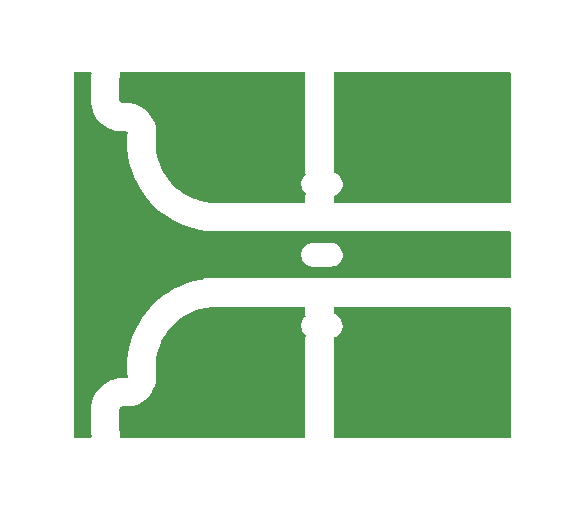
<source format=gbr>
%TF.GenerationSoftware,KiCad,Pcbnew,7.0.2-0*%
%TF.CreationDate,2023-06-24T18:09:45+02:00*%
%TF.ProjectId,SCAN2000_rearconn,5343414e-3230-4303-905f-72656172636f,rev?*%
%TF.SameCoordinates,PX501bd00PY5b8d800*%
%TF.FileFunction,Copper,L1,Top*%
%TF.FilePolarity,Positive*%
%FSLAX46Y46*%
G04 Gerber Fmt 4.6, Leading zero omitted, Abs format (unit mm)*
G04 Created by KiCad (PCBNEW 7.0.2-0) date 2023-06-24 18:09:45*
%MOMM*%
%LPD*%
G01*
G04 APERTURE LIST*
G04 Aperture macros list*
%AMRoundRect*
0 Rectangle with rounded corners*
0 $1 Rounding radius*
0 $2 $3 $4 $5 $6 $7 $8 $9 X,Y pos of 4 corners*
0 Add a 4 corners polygon primitive as box body*
4,1,4,$2,$3,$4,$5,$6,$7,$8,$9,$2,$3,0*
0 Add four circle primitives for the rounded corners*
1,1,$1+$1,$2,$3*
1,1,$1+$1,$4,$5*
1,1,$1+$1,$6,$7*
1,1,$1+$1,$8,$9*
0 Add four rect primitives between the rounded corners*
20,1,$1+$1,$2,$3,$4,$5,0*
20,1,$1+$1,$4,$5,$6,$7,0*
20,1,$1+$1,$6,$7,$8,$9,0*
20,1,$1+$1,$8,$9,$2,$3,0*%
G04 Aperture macros list end*
%TA.AperFunction,ComponentPad*%
%ADD10RoundRect,0.250001X-0.899999X-0.899999X0.899999X-0.899999X0.899999X0.899999X-0.899999X0.899999X0*%
%TD*%
%TA.AperFunction,ComponentPad*%
%ADD11C,10.160000*%
%TD*%
G04 APERTURE END LIST*
D10*
%TO.P,J7,1,Pin_1*%
%TO.N,/SENSE_HI*%
X24000000Y29500000D03*
%TD*%
D11*
%TO.P,J1,1,Pin_1*%
%TO.N,/IN_HI*%
X31000000Y6000000D03*
%TD*%
D10*
%TO.P,J9,1,Pin_1*%
%TO.N,Earth_Protective*%
X3000000Y12500000D03*
%TD*%
D11*
%TO.P,J3,1,Pin_1*%
%TO.N,/SENSE_HI*%
X31000000Y25000000D03*
%TD*%
D10*
%TO.P,J11,1,Pin_1*%
%TO.N,Earth_Protective*%
X3000000Y18500000D03*
%TD*%
%TO.P,J5,1,Pin_1*%
%TO.N,/IN_HI*%
X24000000Y1500000D03*
%TD*%
%TO.P,J10,1,Pin_1*%
%TO.N,Earth_Protective*%
X2000000Y23500000D03*
%TD*%
%TO.P,J8,1,Pin_1*%
%TO.N,/SENSE_LO*%
X5000000Y29500000D03*
%TD*%
%TO.P,J6,1,Pin_1*%
%TO.N,/IN_LO*%
X5000000Y1500000D03*
%TD*%
D11*
%TO.P,J2,1,Pin_1*%
%TO.N,/IN_LO*%
X12000000Y6000000D03*
%TD*%
%TO.P,J4,1,Pin_1*%
%TO.N,/SENSE_LO*%
X12000000Y25000000D03*
%TD*%
%TA.AperFunction,Conductor*%
%TO.N,/SENSE_HI*%
G36*
X36942539Y30979815D02*
G01*
X36988294Y30927011D01*
X36999500Y30875500D01*
X36999500Y20029500D01*
X36979815Y19962461D01*
X36927011Y19916706D01*
X36875500Y19905500D01*
X22124000Y19905500D01*
X22056961Y19925185D01*
X22011206Y19977989D01*
X22000000Y20029500D01*
X22000000Y20029501D01*
X22000000Y20438798D01*
X22019683Y20505833D01*
X22072487Y20551588D01*
X22086867Y20557104D01*
X22146588Y20575841D01*
X22324502Y20674591D01*
X22478895Y20807134D01*
X22603448Y20968042D01*
X22693060Y21150729D01*
X22744063Y21347715D01*
X22754369Y21550936D01*
X22723556Y21752071D01*
X22687557Y21849271D01*
X22652886Y21942887D01*
X22545254Y22115569D01*
X22538803Y22122356D01*
X22405059Y22263053D01*
X22238049Y22379295D01*
X22238048Y22379296D01*
X22238046Y22379297D01*
X22075099Y22449224D01*
X22021256Y22493751D01*
X22000033Y22560319D01*
X22000000Y22563174D01*
X22000000Y30875500D01*
X22019685Y30942539D01*
X22072489Y30988294D01*
X22124000Y30999500D01*
X36875500Y30999500D01*
X36942539Y30979815D01*
G37*
%TD.AperFunction*%
%TD*%
%TA.AperFunction,Conductor*%
%TO.N,/IN_HI*%
G36*
X36942539Y11074815D02*
G01*
X36988294Y11022011D01*
X36999500Y10970500D01*
X36999500Y124500D01*
X36979815Y57461D01*
X36927011Y11706D01*
X36875500Y500D01*
X22124000Y500D01*
X22056961Y20185D01*
X22011206Y72989D01*
X22000000Y124500D01*
X22000000Y8438794D01*
X22019685Y8505833D01*
X22072489Y8551588D01*
X22086872Y8557106D01*
X22146588Y8575841D01*
X22324502Y8674591D01*
X22478895Y8807134D01*
X22603448Y8968042D01*
X22693060Y9150729D01*
X22744063Y9347715D01*
X22754369Y9550936D01*
X22738281Y9655949D01*
X22723556Y9752072D01*
X22652886Y9942887D01*
X22545254Y10115569D01*
X22531347Y10130199D01*
X22405059Y10263053D01*
X22238049Y10379295D01*
X22238048Y10379296D01*
X22238046Y10379297D01*
X22075099Y10449224D01*
X22021256Y10493751D01*
X22000033Y10560319D01*
X22000000Y10563174D01*
X22000000Y10970500D01*
X22019685Y11037539D01*
X22072489Y11083294D01*
X22124000Y11094500D01*
X36875500Y11094500D01*
X36942539Y11074815D01*
G37*
%TD.AperFunction*%
%TD*%
%TA.AperFunction,Conductor*%
%TO.N,/SENSE_LO*%
G36*
X19537539Y30979815D02*
G01*
X19583294Y30927011D01*
X19594500Y30875500D01*
X19594500Y30875498D01*
X19594661Y22535371D01*
X19594696Y22532269D01*
X19594727Y22531275D01*
X19597722Y22437484D01*
X19597723Y22437465D01*
X19597806Y22434874D01*
X19598107Y22432290D01*
X19598108Y22432288D01*
X19608855Y22340278D01*
X19597081Y22271407D01*
X19566465Y22231808D01*
X19521105Y22192867D01*
X19396551Y22031958D01*
X19306940Y21849273D01*
X19255937Y21652284D01*
X19245630Y21449063D01*
X19276443Y21247929D01*
X19347113Y21057114D01*
X19454747Y20884429D01*
X19575114Y20757805D01*
X19607035Y20695654D01*
X19608985Y20664429D01*
X19597252Y20481657D01*
X19594500Y20438798D01*
X19594500Y20436814D01*
X19594500Y20029500D01*
X19574815Y19962461D01*
X19522011Y19916706D01*
X19470500Y19905500D01*
X11574871Y19905500D01*
X11533699Y19912535D01*
X11505888Y19922325D01*
X11505882Y19922327D01*
X11502137Y19923645D01*
X11498258Y19924473D01*
X11498250Y19924475D01*
X11202623Y19987557D01*
X11202617Y19987558D01*
X11200682Y19987971D01*
X11198723Y19988260D01*
X11198697Y19988264D01*
X11082042Y20005433D01*
X11073137Y20007078D01*
X10719923Y20085759D01*
X10711160Y20088050D01*
X10364645Y20192301D01*
X10356072Y20195225D01*
X10018048Y20324509D01*
X10009712Y20328051D01*
X9682040Y20481657D01*
X9673985Y20485799D01*
X9358419Y20662903D01*
X9350688Y20667621D01*
X9048870Y20867303D01*
X9041504Y20872573D01*
X8882740Y20995166D01*
X8755076Y21093744D01*
X8748120Y21099533D01*
X8478589Y21341036D01*
X8472069Y21347321D01*
X8373976Y21449064D01*
X8220888Y21607849D01*
X8214858Y21614580D01*
X7983365Y21892747D01*
X7977833Y21899912D01*
X7767279Y22194214D01*
X7762282Y22201767D01*
X7573751Y22510686D01*
X7569333Y22518557D01*
X7403844Y22840436D01*
X7400011Y22848613D01*
X7258474Y23181675D01*
X7255238Y23190135D01*
X7138396Y23532626D01*
X7135791Y23541285D01*
X7044246Y23891451D01*
X7042286Y23900249D01*
X6976548Y24256147D01*
X6975234Y24265074D01*
X6935653Y24624807D01*
X6934993Y24633830D01*
X6921776Y24995472D01*
X6921776Y25004515D01*
X6934993Y25366188D01*
X6935654Y25375208D01*
X6954761Y25548855D01*
X6957869Y25578828D01*
X6968023Y25886902D01*
X6938697Y26193746D01*
X6928236Y26258818D01*
X6928013Y26260078D01*
X6910732Y26354877D01*
X6910260Y26357470D01*
X6829469Y26654936D01*
X6711302Y26939628D01*
X6557700Y27206872D01*
X6371184Y27452280D01*
X6325429Y27505084D01*
X6324235Y27506401D01*
X6232563Y27606152D01*
X6232553Y27606162D01*
X6230593Y27608295D01*
X6132845Y27696550D01*
X6004764Y27812193D01*
X6004756Y27812199D01*
X6001807Y27814862D01*
X5904371Y27882409D01*
X5751755Y27988209D01*
X5751748Y27988213D01*
X5748484Y27990476D01*
X5693846Y28018779D01*
X5478320Y28130424D01*
X5478311Y28130428D01*
X5474784Y28132255D01*
X5471055Y28133615D01*
X5471046Y28133619D01*
X5187074Y28237187D01*
X5187070Y28237189D01*
X5185201Y28237870D01*
X5118162Y28257555D01*
X5050602Y28276328D01*
X5048215Y28276793D01*
X5048206Y28276795D01*
X4751955Y28334490D01*
X4751947Y28334491D01*
X4748045Y28335251D01*
X4744082Y28335506D01*
X4744070Y28335507D01*
X4442419Y28354873D01*
X4442409Y28354874D01*
X4440436Y28355000D01*
X4438452Y28355000D01*
X4089729Y28355000D01*
X4068824Y28356775D01*
X4051335Y28359767D01*
X4036475Y28363262D01*
X4022182Y28367568D01*
X4007864Y28372863D01*
X3994210Y28378892D01*
X3980655Y28385904D01*
X3967846Y28393564D01*
X3955245Y28402195D01*
X3943468Y28411377D01*
X3932030Y28421487D01*
X3921485Y28432032D01*
X3911375Y28443470D01*
X3902193Y28455247D01*
X3893562Y28467848D01*
X3885902Y28480657D01*
X3878890Y28494212D01*
X3872861Y28507866D01*
X3867567Y28522181D01*
X3866567Y28525500D01*
X3863257Y28536485D01*
X3859767Y28551324D01*
X3856772Y28568838D01*
X3855000Y28589725D01*
X3855000Y30411218D01*
X3856753Y30431997D01*
X3864987Y30480438D01*
X3865536Y30483924D01*
X3865682Y30484988D01*
X3878901Y30582424D01*
X3879259Y30585059D01*
X3886973Y30740671D01*
X3893962Y30881640D01*
X3916942Y30947622D01*
X3971947Y30990707D01*
X4017810Y30999500D01*
X19470500Y30999500D01*
X19537539Y30979815D01*
G37*
%TD.AperFunction*%
%TD*%
%TA.AperFunction,Conductor*%
%TO.N,/IN_LO*%
G36*
X19537540Y11074815D02*
G01*
X19583295Y11022011D01*
X19594471Y10967808D01*
X19594500Y10970500D01*
X19594661Y10535371D01*
X19594696Y10532281D01*
X19594727Y10531275D01*
X19597722Y10437484D01*
X19597723Y10437465D01*
X19597806Y10434874D01*
X19598107Y10432290D01*
X19598108Y10432288D01*
X19608855Y10340278D01*
X19597081Y10271407D01*
X19566465Y10231808D01*
X19521105Y10192867D01*
X19396551Y10031958D01*
X19306940Y9849273D01*
X19255937Y9652284D01*
X19245630Y9449063D01*
X19276443Y9247929D01*
X19347113Y9057114D01*
X19454747Y8884429D01*
X19575114Y8757805D01*
X19607035Y8695654D01*
X19608985Y8664429D01*
X19597496Y8485459D01*
X19594500Y8438794D01*
X19594499Y8436810D01*
X19594500Y8436810D01*
X19594500Y124500D01*
X19574815Y57461D01*
X19522011Y11706D01*
X19470500Y500D01*
X4013506Y500D01*
X3946467Y20185D01*
X3900712Y72989D01*
X3889539Y127344D01*
X3892225Y244419D01*
X3859831Y550954D01*
X3856775Y568818D01*
X3854999Y589727D01*
X3854999Y2410289D01*
X3856772Y2431167D01*
X3859767Y2448676D01*
X3863256Y2463513D01*
X3867567Y2477823D01*
X3872858Y2492129D01*
X3878895Y2505801D01*
X3885898Y2519339D01*
X3893568Y2532164D01*
X3902185Y2544745D01*
X3911381Y2556539D01*
X3921477Y2567962D01*
X3932038Y2578523D01*
X3943461Y2588619D01*
X3955255Y2597815D01*
X3967836Y2606432D01*
X3980661Y2614102D01*
X3994199Y2621105D01*
X4007871Y2627142D01*
X4022183Y2632434D01*
X4036470Y2636738D01*
X4051338Y2640235D01*
X4068830Y2643226D01*
X4089730Y2645000D01*
X4440436Y2645000D01*
X4470589Y2645189D01*
X4777926Y2668792D01*
X5079721Y2731504D01*
X5143260Y2749020D01*
X5144487Y2749379D01*
X5229352Y2774696D01*
X5239347Y2777676D01*
X5526192Y2890517D01*
X5796252Y3039112D01*
X6045093Y3221022D01*
X6268629Y3433260D01*
X6316112Y3484516D01*
X6317319Y3485877D01*
X6406443Y3587912D01*
X6408345Y3590089D01*
X6588648Y3840097D01*
X6735500Y4111109D01*
X6846490Y4398675D01*
X6919795Y4698074D01*
X6932029Y4766864D01*
X6943296Y4836046D01*
X6968774Y5143233D01*
X6954761Y5451156D01*
X6935653Y5624811D01*
X6934993Y5633834D01*
X6921776Y5995472D01*
X6921776Y6004515D01*
X6934993Y6366185D01*
X6935654Y6375205D01*
X6975234Y6734932D01*
X6976547Y6743851D01*
X7042287Y7099759D01*
X7044244Y7108546D01*
X7135793Y7458725D01*
X7138389Y7467356D01*
X7255239Y7809872D01*
X7258474Y7818327D01*
X7400011Y8151389D01*
X7403838Y8159556D01*
X7569339Y8481457D01*
X7573751Y8489316D01*
X7762282Y8798235D01*
X7767272Y8805778D01*
X7977847Y9100109D01*
X7983355Y9107242D01*
X8214871Y9385437D01*
X8220875Y9392140D01*
X8472086Y9652698D01*
X8478589Y9658966D01*
X8690980Y9849271D01*
X8748126Y9900475D01*
X8755060Y9906246D01*
X9041513Y10127436D01*
X9048860Y10132693D01*
X9350698Y10332388D01*
X9358409Y10337094D01*
X9674003Y10514213D01*
X9682020Y10518336D01*
X10009724Y10671957D01*
X10018036Y10675489D01*
X10356094Y10804785D01*
X10364623Y10807694D01*
X10711185Y10911959D01*
X10719898Y10914237D01*
X11074098Y10993138D01*
X11082884Y10994765D01*
X11229664Y11016478D01*
X11232677Y11016959D01*
X11232690Y11016962D01*
X11232888Y11016993D01*
X11233983Y11017188D01*
X11319548Y11032686D01*
X11331080Y11034773D01*
X11536147Y11090204D01*
X11568505Y11094500D01*
X19470501Y11094500D01*
X19537540Y11074815D01*
G37*
%TD.AperFunction*%
%TD*%
%TA.AperFunction,Conductor*%
%TO.N,Earth_Protective*%
G36*
X1433578Y30979815D02*
G01*
X1479333Y30927011D01*
X1489277Y30857853D01*
X1488764Y30854595D01*
X1460482Y30689246D01*
X1460480Y30689236D01*
X1459878Y30685711D01*
X1459685Y30682148D01*
X1459684Y30682132D01*
X1449589Y30495025D01*
X1449588Y30494991D01*
X1449500Y30493358D01*
X1449500Y28506642D01*
X1449588Y28505009D01*
X1449589Y28504976D01*
X1459684Y28317869D01*
X1459685Y28317855D01*
X1459878Y28314289D01*
X1460481Y28310763D01*
X1460482Y28310755D01*
X1514355Y27995777D01*
X1514999Y27992014D01*
X1516096Y27988373D01*
X1516098Y27988364D01*
X1599163Y27712627D01*
X1609307Y27678956D01*
X1741371Y27379860D01*
X1909189Y27099260D01*
X2110218Y26841409D01*
X2341409Y26610218D01*
X2599260Y26409189D01*
X2879860Y26241371D01*
X3178956Y26109307D01*
X3492014Y26014999D01*
X3814289Y25959878D01*
X4006642Y25949500D01*
X4440436Y25949500D01*
X4507475Y25929815D01*
X4553230Y25877011D01*
X4563691Y25811939D01*
X4534475Y25546406D01*
X4514506Y25000000D01*
X4534475Y24453594D01*
X4594276Y23910103D01*
X4594684Y23907894D01*
X4594687Y23907874D01*
X4693175Y23374673D01*
X4693590Y23372428D01*
X4694161Y23370244D01*
X4694165Y23370226D01*
X4831312Y22845629D01*
X4831317Y22845612D01*
X4831886Y22843436D01*
X4832612Y22841306D01*
X4832616Y22841295D01*
X4974923Y22424159D01*
X5008428Y22325950D01*
X5064983Y22192866D01*
X5171212Y21942887D01*
X5222273Y21822732D01*
X5223308Y21820718D01*
X5223316Y21820702D01*
X5471238Y21338490D01*
X5472279Y21336466D01*
X5757114Y20869746D01*
X6075258Y20425063D01*
X6076710Y20423319D01*
X6076721Y20423304D01*
X6423554Y20006540D01*
X6423565Y20006528D01*
X6425012Y20004789D01*
X6804512Y19611167D01*
X7211731Y19246296D01*
X7213515Y19244918D01*
X7213524Y19244911D01*
X7642717Y18913501D01*
X7644499Y18912125D01*
X8100504Y18610434D01*
X8577315Y18342835D01*
X8579359Y18341877D01*
X9070348Y18111710D01*
X9070355Y18111707D01*
X9072388Y18110754D01*
X9583081Y17915431D01*
X10106669Y17757907D01*
X10640358Y17639022D01*
X10850448Y17608104D01*
X10913906Y17578868D01*
X10916183Y17576832D01*
X11000000Y17500000D01*
X36875500Y17500000D01*
X36942539Y17480315D01*
X36988294Y17427511D01*
X36999500Y17376000D01*
X36999500Y13624000D01*
X36979815Y13556961D01*
X36927011Y13511206D01*
X36875500Y13500000D01*
X10999998Y13500000D01*
X10916181Y13423169D01*
X10853461Y13392380D01*
X10850448Y13391899D01*
X10642620Y13361313D01*
X10642564Y13361303D01*
X10640358Y13360978D01*
X10638147Y13360486D01*
X10638139Y13360484D01*
X10108895Y13242589D01*
X10108891Y13242589D01*
X10106669Y13242093D01*
X10104493Y13241439D01*
X10104484Y13241436D01*
X9585252Y13085223D01*
X9585230Y13085216D01*
X9583081Y13084569D01*
X9580995Y13083772D01*
X9580971Y13083763D01*
X9074496Y12890053D01*
X9074478Y12890046D01*
X9072388Y12889246D01*
X9070377Y12888304D01*
X9070348Y12888291D01*
X8579359Y12658124D01*
X8579341Y12658115D01*
X8577315Y12657165D01*
X8575359Y12656068D01*
X8575339Y12656057D01*
X8102488Y12390680D01*
X8102477Y12390674D01*
X8100504Y12389566D01*
X8098627Y12388325D01*
X8098607Y12388312D01*
X7646375Y12089117D01*
X7646359Y12089106D01*
X7644499Y12087875D01*
X7642734Y12086513D01*
X7642717Y12086500D01*
X7213524Y11755090D01*
X7213499Y11755070D01*
X7211731Y11753704D01*
X7210063Y11752210D01*
X7210048Y11752197D01*
X6806199Y11390346D01*
X6806178Y11390326D01*
X6804512Y11388833D01*
X6802942Y11387206D01*
X6802932Y11387195D01*
X6426589Y10996848D01*
X6426572Y10996830D01*
X6425012Y10995211D01*
X6423577Y10993487D01*
X6423554Y10993461D01*
X6076721Y10576697D01*
X6076699Y10576670D01*
X6075258Y10574937D01*
X6073942Y10573099D01*
X6073933Y10573086D01*
X5758427Y10132090D01*
X5758420Y10132080D01*
X5757114Y10130254D01*
X5755945Y10128339D01*
X5755940Y10128331D01*
X5585633Y9849271D01*
X5472279Y9663534D01*
X5471248Y9661531D01*
X5471238Y9661511D01*
X5223316Y9179299D01*
X5223303Y9179273D01*
X5222273Y9177268D01*
X5221389Y9175190D01*
X5221382Y9175173D01*
X5035156Y8736947D01*
X5008428Y8674050D01*
X5007700Y8671919D01*
X5007693Y8671898D01*
X4832616Y8158706D01*
X4832610Y8158688D01*
X4831886Y8156564D01*
X4831319Y8154396D01*
X4831312Y8154372D01*
X4694165Y7629775D01*
X4694159Y7629751D01*
X4693590Y7627572D01*
X4693177Y7625342D01*
X4693175Y7625328D01*
X4594687Y7092127D01*
X4594683Y7092103D01*
X4594276Y7089897D01*
X4534475Y6546406D01*
X4514506Y6000000D01*
X4534475Y5453594D01*
X4534721Y5451354D01*
X4534722Y5451347D01*
X4563692Y5188062D01*
X4551458Y5119272D01*
X4503975Y5068016D01*
X4440436Y5050500D01*
X4006642Y5050500D01*
X4005009Y5050412D01*
X4004975Y5050411D01*
X3817868Y5040316D01*
X3817852Y5040315D01*
X3814289Y5040122D01*
X3810764Y5039520D01*
X3810754Y5039518D01*
X3495776Y4985645D01*
X3495767Y4985643D01*
X3492014Y4985001D01*
X3488375Y4983906D01*
X3488363Y4983902D01*
X3182610Y4891794D01*
X3182606Y4891793D01*
X3178956Y4890693D01*
X3175465Y4889152D01*
X3175458Y4889149D01*
X2883357Y4760174D01*
X2883344Y4760168D01*
X2879860Y4758629D01*
X2876593Y4756676D01*
X2876583Y4756670D01*
X2602528Y4592766D01*
X2602522Y4592762D01*
X2599260Y4590811D01*
X2596266Y4588477D01*
X2596259Y4588472D01*
X2344414Y4392125D01*
X2341409Y4389782D01*
X2338717Y4387091D01*
X2338709Y4387083D01*
X2112917Y4161291D01*
X2112909Y4161283D01*
X2110218Y4158591D01*
X2107876Y4155588D01*
X2107875Y4155586D01*
X1911528Y3903741D01*
X1911523Y3903734D01*
X1909189Y3900740D01*
X1907238Y3897478D01*
X1907234Y3897472D01*
X1743330Y3623417D01*
X1743324Y3623407D01*
X1741371Y3620140D01*
X1739832Y3616656D01*
X1739826Y3616643D01*
X1610851Y3324542D01*
X1610848Y3324535D01*
X1609307Y3321044D01*
X1608207Y3317394D01*
X1608206Y3317390D01*
X1516098Y3011637D01*
X1516094Y3011625D01*
X1514999Y3007986D01*
X1514357Y3004233D01*
X1514355Y3004224D01*
X1460482Y2689246D01*
X1460480Y2689236D01*
X1459878Y2685711D01*
X1459685Y2682148D01*
X1459684Y2682132D01*
X1449589Y2495025D01*
X1449588Y2494991D01*
X1449500Y2493358D01*
X1449500Y506642D01*
X1449588Y505009D01*
X1449589Y504976D01*
X1459684Y317869D01*
X1459685Y317855D01*
X1459878Y314289D01*
X1460481Y310763D01*
X1460482Y310755D01*
X1488764Y145405D01*
X1480664Y76007D01*
X1436329Y22005D01*
X1369837Y544D01*
X1366539Y500D01*
X124500Y500D01*
X57461Y20185D01*
X11706Y72989D01*
X500Y124500D01*
X500Y15449063D01*
X19245630Y15449063D01*
X19276443Y15247929D01*
X19347113Y15057114D01*
X19454745Y14884432D01*
X19454748Y14884429D01*
X19594941Y14736947D01*
X19761951Y14620705D01*
X19948942Y14540460D01*
X20148259Y14499500D01*
X20148261Y14499500D01*
X21797600Y14499500D01*
X21800742Y14499500D01*
X21952438Y14514926D01*
X22146588Y14575841D01*
X22324502Y14674591D01*
X22478895Y14807134D01*
X22603448Y14968042D01*
X22693060Y15150729D01*
X22744063Y15347715D01*
X22754369Y15550936D01*
X22723556Y15752071D01*
X22687557Y15849271D01*
X22652886Y15942887D01*
X22545254Y16115569D01*
X22538803Y16122356D01*
X22405059Y16263053D01*
X22238049Y16379295D01*
X22051058Y16459540D01*
X21851741Y16500500D01*
X20199258Y16500500D01*
X20196147Y16500184D01*
X20196134Y16500183D01*
X20047559Y16485074D01*
X19853412Y16424159D01*
X19675500Y16325411D01*
X19521104Y16192865D01*
X19396551Y16031958D01*
X19306940Y15849273D01*
X19255937Y15652284D01*
X19245630Y15449063D01*
X500Y15449063D01*
X500Y30875500D01*
X20185Y30942539D01*
X72989Y30988294D01*
X124500Y30999500D01*
X1366539Y30999500D01*
X1433578Y30979815D01*
G37*
%TD.AperFunction*%
%TD*%
M02*

</source>
